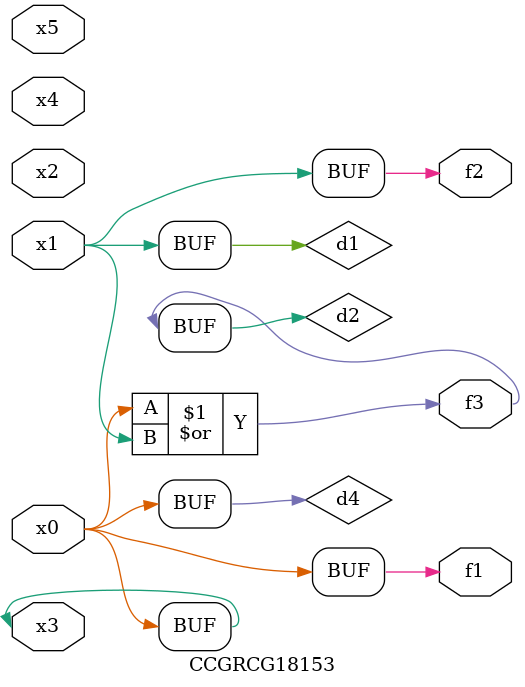
<source format=v>
module CCGRCG18153(
	input x0, x1, x2, x3, x4, x5,
	output f1, f2, f3
);

	wire d1, d2, d3, d4;

	and (d1, x1);
	or (d2, x0, x1);
	nand (d3, x0, x5);
	buf (d4, x0, x3);
	assign f1 = d4;
	assign f2 = d1;
	assign f3 = d2;
endmodule

</source>
